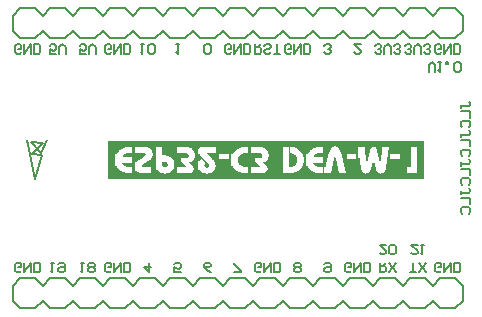
<source format=gbo>
G04*
G04 #@! TF.GenerationSoftware,Altium Limited,Altium Designer,19.1.5 (86)*
G04*
G04 Layer_Color=32896*
%FSLAX25Y25*%
%MOIN*%
G70*
G01*
G75*
%ADD11C,0.00500*%
%ADD14C,0.00800*%
%ADD69C,0.00600*%
G36*
X137008Y-7087D02*
X31890D01*
Y5906D01*
X137008D01*
Y-7087D01*
D02*
G37*
%LPC*%
G36*
X129207Y1465D02*
X125927D01*
Y-144D01*
X129207D01*
Y1465D01*
D02*
G37*
G36*
X114592D02*
X111312D01*
Y-144D01*
X114592D01*
Y1465D01*
D02*
G37*
G36*
X72034Y1465D02*
X68754D01*
Y-144D01*
X72034D01*
Y1465D01*
D02*
G37*
G36*
X103455Y3779D02*
X103039D01*
X102936Y3769D01*
X102687D01*
X102551Y3759D01*
X102240Y3738D01*
X101898Y3707D01*
X101555Y3665D01*
X101223Y3603D01*
X101213D01*
X101181Y3593D01*
X101140Y3582D01*
X101078Y3572D01*
X101005Y3551D01*
X100922Y3520D01*
X100725Y3458D01*
X100496Y3385D01*
X100258Y3292D01*
X100008Y3177D01*
X99780Y3042D01*
X99770Y3032D01*
X99739Y3011D01*
X99687Y2980D01*
X99624Y2928D01*
X99541Y2876D01*
X99448Y2804D01*
X99344Y2710D01*
X99240Y2617D01*
X99126Y2513D01*
X99002Y2389D01*
X98752Y2129D01*
X98514Y1828D01*
X98306Y1486D01*
X98296Y1475D01*
X98285Y1444D01*
X98254Y1392D01*
X98223Y1319D01*
X98182Y1236D01*
X98140Y1122D01*
X98098Y1008D01*
X98047Y873D01*
X97995Y728D01*
X97953Y562D01*
X97912Y396D01*
X97870Y209D01*
X97808Y-175D01*
X97798Y-383D01*
X97787Y-591D01*
Y3779D01*
D01*
D01*
Y-4961D01*
D01*
Y-705D01*
X97798Y-777D01*
X97808Y-881D01*
X97818Y-995D01*
X97829Y-1130D01*
X97849Y-1276D01*
X97881Y-1431D01*
X97912Y-1597D01*
X98005Y-1940D01*
X98067Y-2116D01*
X98140Y-2303D01*
X98213Y-2480D01*
X98306Y-2656D01*
X98317Y-2667D01*
X98327Y-2698D01*
X98358Y-2750D01*
X98400Y-2812D01*
X98451Y-2895D01*
X98524Y-2988D01*
X98597Y-3092D01*
X98690Y-3206D01*
X98784Y-3331D01*
X98898Y-3455D01*
X99012Y-3580D01*
X99147Y-3715D01*
X99292Y-3839D01*
X99448Y-3974D01*
X99604Y-4099D01*
X99780Y-4213D01*
X99790D01*
X99811Y-4234D01*
X99842Y-4244D01*
X99884Y-4275D01*
X99946Y-4307D01*
X100008Y-4338D01*
X100092Y-4379D01*
X100185Y-4421D01*
X100392Y-4514D01*
X100642Y-4608D01*
X100922Y-4701D01*
X101223Y-4774D01*
X101233D01*
X101264Y-4784D01*
X101306Y-4794D01*
X101379Y-4805D01*
X101462Y-4815D01*
X101555Y-4836D01*
X101669Y-4846D01*
X101794Y-4867D01*
X101939Y-4888D01*
X102095Y-4898D01*
X102261Y-4919D01*
X102427Y-4929D01*
X102811Y-4950D01*
X103226Y-4961D01*
X103455D01*
Y-2968D01*
X103434D01*
X103392Y-2978D01*
X103247D01*
X103195Y-2988D01*
X102811D01*
X102707Y-2978D01*
X102593Y-2968D01*
X102469Y-2957D01*
X102334Y-2947D01*
X102043Y-2905D01*
X101742Y-2843D01*
X101441Y-2760D01*
X101306Y-2708D01*
X101171Y-2646D01*
X101161D01*
X101140Y-2625D01*
X101109Y-2615D01*
X101057Y-2583D01*
X100943Y-2500D01*
X100797Y-2386D01*
X100642Y-2241D01*
X100476Y-2065D01*
X100330Y-1857D01*
X100206Y-1608D01*
X103455D01*
Y344D01*
X100164D01*
Y354D01*
X100174Y375D01*
X100185Y416D01*
X100206Y458D01*
X100237Y520D01*
X100268Y593D01*
X100361Y748D01*
X100486Y925D01*
X100652Y1112D01*
X100745Y1195D01*
X100849Y1278D01*
X100974Y1361D01*
X101098Y1434D01*
X101109D01*
X101129Y1444D01*
X101171Y1465D01*
X101233Y1486D01*
X101306Y1517D01*
X101389Y1548D01*
X101493Y1579D01*
X101607Y1610D01*
X101742Y1641D01*
X101887Y1672D01*
X102043Y1703D01*
X102219Y1735D01*
X102406Y1755D01*
X102603Y1776D01*
X102811Y1787D01*
X103455D01*
Y3779D01*
D02*
G37*
G36*
X78491Y3779D02*
X78075D01*
X77972Y3769D01*
X77723D01*
X77588Y3759D01*
X77276Y3738D01*
X76934Y3707D01*
X76591Y3665D01*
X76259Y3603D01*
X76249D01*
X76218Y3593D01*
X76176Y3582D01*
X76114Y3572D01*
X76041Y3551D01*
X75958Y3520D01*
X75761Y3458D01*
X75532Y3385D01*
X75294Y3292D01*
X75045Y3177D01*
X74816Y3042D01*
X74806Y3032D01*
X74775Y3011D01*
X74723Y2980D01*
X74660Y2928D01*
X74577Y2876D01*
X74484Y2804D01*
X74380Y2710D01*
X74276Y2617D01*
X74162Y2513D01*
X74038Y2389D01*
X73788Y2129D01*
X73550Y1828D01*
X73342Y1485D01*
X73332Y1475D01*
X73321Y1444D01*
X73290Y1392D01*
X73259Y1319D01*
X73218Y1236D01*
X73176Y1122D01*
X73135Y1008D01*
X73083Y873D01*
X73031Y728D01*
X72989Y562D01*
X72948Y396D01*
X72906Y209D01*
X72844Y-175D01*
X72834Y-383D01*
X72823Y-591D01*
Y3779D01*
D01*
Y-4961D01*
X77961D01*
X72823D01*
Y-705D01*
X72834Y-777D01*
X72844Y-881D01*
X72854Y-995D01*
X72865Y-1130D01*
X72886Y-1276D01*
X72917Y-1431D01*
X72948Y-1597D01*
X73041Y-1940D01*
X73103Y-2116D01*
X73176Y-2303D01*
X73249Y-2480D01*
X73342Y-2656D01*
X73353Y-2667D01*
X73363Y-2698D01*
X73394Y-2750D01*
X73436Y-2812D01*
X73488Y-2895D01*
X73560Y-2988D01*
X73633Y-3092D01*
X73726Y-3206D01*
X73820Y-3331D01*
X73934Y-3455D01*
X74048Y-3580D01*
X74183Y-3715D01*
X74328Y-3839D01*
X74484Y-3974D01*
X74640Y-4099D01*
X74816Y-4213D01*
X74827D01*
X74847Y-4234D01*
X74878Y-4244D01*
X74920Y-4276D01*
X74982Y-4307D01*
X75045Y-4338D01*
X75128Y-4379D01*
X75221Y-4421D01*
X75429Y-4514D01*
X75678Y-4608D01*
X75958Y-4701D01*
X76259Y-4774D01*
X76269D01*
X76301Y-4784D01*
X76342Y-4794D01*
X76415Y-4805D01*
X76498Y-4815D01*
X76591Y-4836D01*
X76705Y-4846D01*
X76830Y-4867D01*
X76975Y-4888D01*
X77131Y-4898D01*
X77297Y-4919D01*
X77463Y-4929D01*
X77847Y-4950D01*
X78262Y-4961D01*
X78491D01*
Y-2905D01*
X78470D01*
X78428Y-2916D01*
X78273D01*
X78221Y-2926D01*
X77858D01*
X77754Y-2916D01*
X77640Y-2905D01*
X77505Y-2895D01*
X77349Y-2874D01*
X77183Y-2853D01*
X76840Y-2781D01*
X76653Y-2729D01*
X76477Y-2667D01*
X76301Y-2594D01*
X76124Y-2521D01*
X75958Y-2417D01*
X75813Y-2314D01*
X75802Y-2303D01*
X75782Y-2283D01*
X75740Y-2251D01*
X75699Y-2199D01*
X75636Y-2137D01*
X75574Y-2065D01*
X75501Y-1971D01*
X75439Y-1878D01*
X75366Y-1753D01*
X75294Y-1629D01*
X75231Y-1483D01*
X75169Y-1338D01*
X75128Y-1161D01*
X75086Y-985D01*
X75065Y-798D01*
X75055Y-591D01*
Y-580D01*
Y-539D01*
X75065Y-487D01*
Y-404D01*
X75076Y-310D01*
X75096Y-196D01*
X75117Y-82D01*
X75148Y53D01*
X75190Y188D01*
X75242Y333D01*
X75304Y479D01*
X75377Y613D01*
X75460Y759D01*
X75564Y894D01*
X75678Y1029D01*
X75813Y1143D01*
X75823Y1153D01*
X75844Y1164D01*
X75896Y1195D01*
X75958Y1236D01*
X76031Y1278D01*
X76124Y1330D01*
X76238Y1392D01*
X76373Y1444D01*
X76518Y1496D01*
X76674Y1558D01*
X76861Y1610D01*
X77048Y1651D01*
X77266Y1693D01*
X77494Y1714D01*
X77733Y1735D01*
X77992Y1745D01*
X78491D01*
Y3779D01*
D02*
G37*
G36*
X39804D02*
X39389D01*
X39285Y3769D01*
X39036D01*
X38901Y3759D01*
X38590Y3738D01*
X38247Y3707D01*
X37905Y3665D01*
X37573Y3603D01*
X37562D01*
X37531Y3593D01*
X37490Y3582D01*
X37427Y3572D01*
X37355Y3551D01*
X37272Y3520D01*
X37075Y3458D01*
X36846Y3385D01*
X36607Y3292D01*
X36358Y3177D01*
X36130Y3042D01*
X36119Y3032D01*
X36088Y3011D01*
X36037Y2980D01*
X35974Y2928D01*
X35891Y2876D01*
X35798Y2804D01*
X35694Y2710D01*
X35590Y2617D01*
X35476Y2513D01*
X35351Y2389D01*
X35102Y2129D01*
X34863Y1828D01*
X34656Y1485D01*
X34646Y1475D01*
X34635Y1444D01*
X34604Y1392D01*
X34573Y1319D01*
X34531Y1236D01*
X34490Y1122D01*
X34448Y1008D01*
X34396Y873D01*
X34345Y728D01*
X34303Y562D01*
X34262Y396D01*
X34220Y209D01*
X34158Y-175D01*
X34147Y-383D01*
X34137Y-591D01*
Y3779D01*
D01*
D01*
Y-4961D01*
D01*
Y-705D01*
X34147Y-777D01*
X34158Y-881D01*
X34168Y-995D01*
X34179Y-1130D01*
X34199Y-1276D01*
X34230Y-1431D01*
X34262Y-1597D01*
X34355Y-1940D01*
X34417Y-2116D01*
X34490Y-2303D01*
X34563Y-2480D01*
X34656Y-2656D01*
X34666Y-2667D01*
X34677Y-2698D01*
X34708Y-2750D01*
X34749Y-2812D01*
X34801Y-2895D01*
X34874Y-2988D01*
X34947Y-3092D01*
X35040Y-3206D01*
X35133Y-3331D01*
X35248Y-3455D01*
X35362Y-3580D01*
X35497Y-3715D01*
X35642Y-3839D01*
X35798Y-3974D01*
X35953Y-4099D01*
X36130Y-4213D01*
X36140D01*
X36161Y-4234D01*
X36192Y-4244D01*
X36234Y-4276D01*
X36296Y-4307D01*
X36358Y-4338D01*
X36441Y-4379D01*
X36535Y-4421D01*
X36742Y-4514D01*
X36991Y-4608D01*
X37272Y-4701D01*
X37573Y-4774D01*
X37583D01*
X37614Y-4784D01*
X37656Y-4794D01*
X37728Y-4805D01*
X37811Y-4815D01*
X37905Y-4836D01*
X38019Y-4846D01*
X38144Y-4867D01*
X38289Y-4888D01*
X38445Y-4898D01*
X38611Y-4919D01*
X38777Y-4929D01*
X39161Y-4950D01*
X39576Y-4961D01*
X39804D01*
Y-2968D01*
X39784D01*
X39742Y-2978D01*
X39597D01*
X39545Y-2988D01*
X39161D01*
X39057Y-2978D01*
X38943Y-2968D01*
X38818Y-2957D01*
X38683Y-2947D01*
X38393Y-2905D01*
X38092Y-2843D01*
X37791Y-2760D01*
X37656Y-2708D01*
X37521Y-2646D01*
X37510D01*
X37490Y-2625D01*
X37459Y-2615D01*
X37407Y-2583D01*
X37293Y-2500D01*
X37147Y-2386D01*
X36991Y-2241D01*
X36825Y-2065D01*
X36680Y-1857D01*
X36555Y-1608D01*
X39804D01*
Y344D01*
X36514D01*
Y354D01*
X36524Y375D01*
X36535Y416D01*
X36555Y458D01*
X36587Y520D01*
X36618Y593D01*
X36711Y748D01*
X36836Y925D01*
X37002Y1112D01*
X37095Y1195D01*
X37199Y1278D01*
X37324Y1361D01*
X37448Y1433D01*
X37459D01*
X37479Y1444D01*
X37521Y1465D01*
X37583Y1485D01*
X37656Y1517D01*
X37739Y1548D01*
X37843Y1579D01*
X37957Y1610D01*
X38092Y1641D01*
X38237Y1672D01*
X38393Y1703D01*
X38569Y1735D01*
X38756Y1755D01*
X38953Y1776D01*
X39161Y1787D01*
X39804D01*
Y3779D01*
D02*
G37*
G36*
X134761Y3779D02*
X132695D01*
Y-2988D01*
X131356D01*
Y3779D01*
D01*
D01*
Y-4961D01*
X134761D01*
Y3779D01*
D02*
G37*
G36*
X67768Y3779D02*
X61820D01*
Y-5106D01*
D01*
Y2575D01*
X61831Y2503D01*
X61841Y2409D01*
X61862Y2306D01*
X61893Y2181D01*
X61935Y2056D01*
X61987Y1921D01*
X61997Y1901D01*
X62018Y1859D01*
X62059Y1787D01*
X62121Y1693D01*
X62194Y1579D01*
X62287Y1454D01*
X62402Y1319D01*
X62526Y1174D01*
X65173Y-1639D01*
X65184Y-1649D01*
X65204Y-1670D01*
X65235Y-1712D01*
X65277Y-1764D01*
X65360Y-1888D01*
X65443Y-2023D01*
Y-2033D01*
X65453Y-2054D01*
X65474Y-2096D01*
X65495Y-2148D01*
X65526Y-2272D01*
X65536Y-2407D01*
Y-2417D01*
Y-2459D01*
X65526Y-2521D01*
X65505Y-2604D01*
X65474Y-2687D01*
X65433Y-2781D01*
X65381Y-2874D01*
X65298Y-2957D01*
X65287Y-2968D01*
X65256Y-2988D01*
X65204Y-3030D01*
X65132Y-3071D01*
X65049Y-3113D01*
X64945Y-3154D01*
X64831Y-3175D01*
X64696Y-3185D01*
X64644D01*
X64582Y-3175D01*
X64499Y-3154D01*
X64415Y-3123D01*
X64322Y-3082D01*
X64229Y-3030D01*
X64135Y-2947D01*
X64125Y-2936D01*
X64104Y-2905D01*
X64062Y-2853D01*
X64021Y-2791D01*
X63979Y-2708D01*
X63938Y-2615D01*
X63917Y-2511D01*
X63907Y-2397D01*
Y-2386D01*
Y-2355D01*
X63917Y-2314D01*
Y-2251D01*
X63959Y-2106D01*
X63979Y-2033D01*
X64021Y-1950D01*
X64031Y-1940D01*
X64042Y-1919D01*
X64073Y-1878D01*
X64114Y-1826D01*
X64166Y-1764D01*
X64229Y-1701D01*
X64312Y-1629D01*
X64395Y-1556D01*
X63045Y-123D01*
X63035Y-134D01*
X63014Y-144D01*
X62983Y-165D01*
X62941Y-206D01*
X62838Y-300D01*
X62703Y-424D01*
X62557Y-570D01*
X62412Y-736D01*
X62267Y-923D01*
X62153Y-1120D01*
Y-1130D01*
X62142Y-1141D01*
X62132Y-1172D01*
X62111Y-1213D01*
X62059Y-1328D01*
X62018Y-1473D01*
X61966Y-1660D01*
X61914Y-1867D01*
X61883Y-2096D01*
X61872Y-2345D01*
Y-2355D01*
Y-2397D01*
X61883Y-2459D01*
Y-2542D01*
X61893Y-2646D01*
X61914Y-2760D01*
X61945Y-2895D01*
X61976Y-3040D01*
X62018Y-3196D01*
X62069Y-3352D01*
X62142Y-3518D01*
X62215Y-3684D01*
X62308Y-3850D01*
X62423Y-4006D01*
X62547Y-4172D01*
X62692Y-4317D01*
X62703Y-4327D01*
X62734Y-4348D01*
X62775Y-4390D01*
X62838Y-4442D01*
X62921Y-4504D01*
X63014Y-4566D01*
X63128Y-4639D01*
X63263Y-4711D01*
X63409Y-4784D01*
X63564Y-4857D01*
X63730Y-4919D01*
X63917Y-4981D01*
X64114Y-5033D01*
X64322Y-5075D01*
X64550Y-5096D01*
X64779Y-5106D01*
X65137D01*
X64903D01*
X64986Y-5096D01*
X65090Y-5085D01*
X65215Y-5064D01*
X65350Y-5044D01*
X65505Y-5012D01*
X65661Y-4971D01*
X65827Y-4919D01*
X65993Y-4857D01*
X66170Y-4784D01*
X66336Y-4691D01*
X66502Y-4587D01*
X66668Y-4473D01*
X66824Y-4338D01*
X66834Y-4327D01*
X66855Y-4307D01*
X66896Y-4265D01*
X66948Y-4203D01*
X67010Y-4130D01*
X67073Y-4037D01*
X67145Y-3933D01*
X67228Y-3819D01*
X67301Y-3684D01*
X67374Y-3539D01*
X67436Y-3383D01*
X67498Y-3206D01*
X67550Y-3030D01*
X67592Y-2833D01*
X67612Y-2635D01*
X67623Y-2417D01*
Y-2407D01*
Y-2365D01*
X67612Y-2293D01*
X67602Y-2199D01*
X67571Y-2075D01*
X67540Y-1940D01*
X67498Y-1774D01*
X67426Y-1597D01*
X67353Y-1400D01*
X67249Y-1193D01*
X67125Y-964D01*
X66969Y-726D01*
X66792Y-476D01*
X66585Y-206D01*
X66346Y53D01*
X66076Y333D01*
X65983Y416D01*
X64592Y1755D01*
X67768D01*
Y3779D01*
D02*
G37*
G36*
X125346Y3852D02*
X115194D01*
Y-5096D01*
D01*
Y3852D01*
X120187D01*
X120104Y3831D01*
X120000Y3811D01*
X119886Y3779D01*
X119762Y3728D01*
X119647Y3655D01*
X119533Y3551D01*
X119523Y3541D01*
X119492Y3489D01*
X119440Y3416D01*
X119378Y3302D01*
X119305Y3157D01*
X119232Y2980D01*
X119159Y2762D01*
X119097Y2513D01*
X118184Y-1743D01*
Y-1764D01*
X118173Y-1784D01*
Y-1815D01*
X118163Y-1867D01*
X118153Y-1919D01*
X118132Y-1992D01*
X118122Y-2065D01*
X118101Y-2158D01*
X118080Y-2262D01*
X118059Y-2386D01*
X118028Y-2521D01*
X117997Y-2667D01*
X117966Y-2822D01*
X117935Y-2999D01*
X117893Y-3196D01*
X117872Y-3289D01*
Y-3279D01*
Y-3258D01*
Y-3227D01*
Y-3185D01*
Y-3123D01*
Y-3051D01*
X117862Y-2968D01*
Y-2874D01*
X117852Y-2656D01*
X117841Y-2407D01*
X117821Y-2127D01*
X117789Y-1815D01*
Y-1805D01*
Y-1764D01*
X117779Y-1722D01*
Y-1680D01*
X117291Y3779D01*
X115194D01*
X116139Y-3289D01*
Y-3300D01*
X116149Y-3331D01*
Y-3372D01*
X116160Y-3435D01*
X116181Y-3507D01*
X116191Y-3590D01*
X116243Y-3777D01*
X116315Y-3995D01*
X116409Y-4213D01*
X116523Y-4431D01*
X116668Y-4618D01*
X116679Y-4628D01*
X116689Y-4639D01*
X116751Y-4691D01*
X116845Y-4774D01*
X116969Y-4857D01*
X117125Y-4940D01*
X117312Y-5023D01*
X117530Y-5075D01*
X117644Y-5096D01*
X117831D01*
X117872Y-5085D01*
X117987Y-5075D01*
X118132Y-5044D01*
X118298Y-4992D01*
X118474Y-4919D01*
X118651Y-4815D01*
X118817Y-4680D01*
X118838Y-4659D01*
X118890Y-4608D01*
X118962Y-4504D01*
X119056Y-4369D01*
X119159Y-4203D01*
X119263Y-3995D01*
X119357Y-3746D01*
X119440Y-3466D01*
X120011Y-1047D01*
Y-1027D01*
X120021Y-985D01*
X120042Y-912D01*
X120063Y-819D01*
X120083Y-705D01*
X120104Y-570D01*
X120135Y-424D01*
X120156Y-269D01*
Y-248D01*
X120166Y-196D01*
X120177Y-103D01*
X120197Y12D01*
X120208Y157D01*
X120229Y313D01*
X120239Y499D01*
X120260Y697D01*
Y686D01*
Y676D01*
Y645D01*
X120270Y603D01*
X120281Y499D01*
X120291Y375D01*
X120301Y219D01*
X120322Y63D01*
X120343Y-103D01*
X120364Y-269D01*
Y-289D01*
X120374Y-341D01*
X120384Y-424D01*
X120405Y-528D01*
X120426Y-642D01*
X120447Y-777D01*
X120509Y-1047D01*
X121090Y-3466D01*
Y-3476D01*
X121101Y-3497D01*
X121111Y-3539D01*
X121121Y-3601D01*
X121142Y-3663D01*
X121173Y-3746D01*
X121236Y-3923D01*
X121319Y-4109D01*
X121433Y-4317D01*
X121557Y-4514D01*
X121703Y-4680D01*
X121723Y-4701D01*
X121775Y-4743D01*
X121869Y-4815D01*
X121993Y-4888D01*
X122149Y-4961D01*
X122325Y-5033D01*
X122533Y-5075D01*
X122761Y-5096D01*
X122824D01*
X122876Y-5085D01*
X122990Y-5075D01*
X123145Y-5033D01*
X123322Y-4981D01*
X123498Y-4898D01*
X123685Y-4774D01*
X123768Y-4701D01*
X123851Y-4618D01*
X123872Y-4597D01*
X123893Y-4566D01*
X123924Y-4535D01*
X123955Y-4483D01*
X123997Y-4421D01*
X124080Y-4275D01*
X124173Y-4089D01*
X124256Y-3860D01*
X124339Y-3590D01*
X124391Y-3289D01*
X125346Y3779D01*
D01*
X123249D01*
X122761Y-1680D01*
Y-1701D01*
Y-1753D01*
X122751Y-1836D01*
X122741Y-1940D01*
X122730Y-2075D01*
X122720Y-2210D01*
X122699Y-2511D01*
Y-2532D01*
Y-2583D01*
X122689Y-2656D01*
X122678Y-2760D01*
X122668Y-2874D01*
Y-3009D01*
X122647Y-3289D01*
Y-3279D01*
Y-3269D01*
X122637Y-3237D01*
X122626Y-3196D01*
X122606Y-3092D01*
X122585Y-2968D01*
X122554Y-2822D01*
X122533Y-2677D01*
X122502Y-2521D01*
X122471Y-2376D01*
Y-2365D01*
X122460Y-2314D01*
X122450Y-2251D01*
X122429Y-2168D01*
X122408Y-2065D01*
X122388Y-1961D01*
X122336Y-1743D01*
X121433Y2513D01*
Y2523D01*
X121422Y2544D01*
X121412Y2586D01*
X121402Y2627D01*
X121370Y2762D01*
X121319Y2918D01*
X121256Y3084D01*
X121184Y3260D01*
X121090Y3416D01*
X120997Y3551D01*
X120986Y3562D01*
X120945Y3593D01*
X120883Y3644D01*
X120800Y3696D01*
X120696Y3759D01*
X120571Y3800D01*
X120426Y3842D01*
X120260Y3852D01*
X125346D01*
D01*
D02*
G37*
G36*
X111084Y3935D02*
X103776D01*
Y-4961D01*
D01*
Y3935D01*
X107358D01*
X107306Y3925D01*
X107243D01*
X107181Y3914D01*
X107015Y3873D01*
X106828Y3821D01*
X106631Y3738D01*
X106434Y3624D01*
X106340Y3562D01*
X106257Y3478D01*
Y3468D01*
X106236Y3458D01*
X106216Y3427D01*
X106184Y3385D01*
X106143Y3333D01*
X106102Y3271D01*
X106060Y3198D01*
X106008Y3115D01*
X105946Y3011D01*
X105894Y2897D01*
X105832Y2773D01*
X105769Y2638D01*
X105707Y2482D01*
X105655Y2316D01*
X105593Y2139D01*
X105541Y1942D01*
X103776Y-4961D01*
X111084D01*
D01*
X109299Y1942D01*
Y1953D01*
X109288Y1984D01*
X109267Y2046D01*
X109247Y2119D01*
X109226Y2202D01*
X109195Y2306D01*
X109112Y2534D01*
X109008Y2783D01*
X108883Y3042D01*
X108748Y3281D01*
X108676Y3385D01*
X108593Y3478D01*
X108572Y3499D01*
X108510Y3551D01*
X108416Y3624D01*
X108281Y3707D01*
X108115Y3790D01*
X107918Y3862D01*
X107690Y3914D01*
X107565Y3925D01*
X107430Y3935D01*
X111084D01*
D02*
G37*
G36*
X97092Y3779D02*
X90054D01*
Y-4961D01*
X92716D01*
X91974D01*
X92099Y-4950D01*
X92234D01*
X92379Y-4940D01*
X92701Y-4919D01*
X93033Y-4898D01*
X93365Y-4857D01*
X93511Y-4836D01*
X93656Y-4805D01*
X93666D01*
X93687Y-4794D01*
X93729Y-4784D01*
X93780Y-4774D01*
X93843Y-4753D01*
X93915Y-4732D01*
X94092Y-4680D01*
X94299Y-4608D01*
X94517Y-4525D01*
X94746Y-4410D01*
X94964Y-4286D01*
X94974Y-4275D01*
X95005Y-4255D01*
X95057Y-4223D01*
X95130Y-4172D01*
X95213Y-4109D01*
X95317Y-4037D01*
X95420Y-3943D01*
X95545Y-3850D01*
X95670Y-3736D01*
X95794Y-3621D01*
X95929Y-3487D01*
X96054Y-3341D01*
X96303Y-3030D01*
X96427Y-2864D01*
X96531Y-2687D01*
X96542Y-2677D01*
X96552Y-2646D01*
X96583Y-2594D01*
X96614Y-2521D01*
X96666Y-2428D01*
X96708Y-2324D01*
X96759Y-2199D01*
X96811Y-2065D01*
X96863Y-1909D01*
X96915Y-1753D01*
X96967Y-1577D01*
X97009Y-1400D01*
X97071Y-1006D01*
X97081Y-798D01*
X97092Y-591D01*
Y-487D01*
X97081Y-404D01*
Y-310D01*
X97061Y-196D01*
X97050Y-71D01*
X97029Y74D01*
X96998Y219D01*
X96967Y385D01*
X96874Y728D01*
X96822Y904D01*
X96749Y1081D01*
X96676Y1268D01*
X96583Y1444D01*
X96573Y1454D01*
X96562Y1486D01*
X96531Y1537D01*
X96490Y1600D01*
X96438Y1683D01*
X96375Y1776D01*
X96303Y1880D01*
X96220Y1994D01*
X96116Y2119D01*
X96012Y2243D01*
X95898Y2378D01*
X95773Y2513D01*
X95483Y2783D01*
X95161Y3032D01*
X95151D01*
X95140Y3042D01*
X95109Y3063D01*
X95078Y3084D01*
X94974Y3146D01*
X94839Y3229D01*
X94673Y3312D01*
X94476Y3395D01*
X94258Y3489D01*
X94019Y3562D01*
X94009D01*
X93988Y3572D01*
X93957Y3582D01*
X93905Y3593D01*
X93843Y3603D01*
X93770Y3624D01*
X93687Y3644D01*
X93594Y3655D01*
X93386Y3696D01*
X93137Y3728D01*
X92857Y3759D01*
X92566Y3779D01*
X97092D01*
D01*
D02*
G37*
G36*
X85310Y3779D02*
X79435D01*
Y-4961D01*
D01*
Y1755D01*
X82124D01*
X82227Y1745D01*
X82362Y1724D01*
X82508Y1703D01*
X82664Y1662D01*
X82809Y1610D01*
X82944Y1537D01*
X82954Y1527D01*
X82996Y1496D01*
X83047Y1444D01*
X83110Y1371D01*
X83172Y1288D01*
X83224Y1174D01*
X83266Y1039D01*
X83276Y894D01*
Y873D01*
Y831D01*
X83255Y759D01*
X83234Y665D01*
X83203Y572D01*
X83141Y468D01*
X83068Y364D01*
X82964Y271D01*
X82954Y261D01*
X82913Y230D01*
X82840Y198D01*
X82746Y146D01*
X82632Y105D01*
X82487Y74D01*
X82331Y43D01*
X82144Y32D01*
X80670D01*
Y-1193D01*
X82622Y-3019D01*
X79581D01*
Y-4961D01*
X79435D01*
X83079D01*
X83151Y-4950D01*
X83224D01*
X83317Y-4940D01*
X83515Y-4909D01*
X83743Y-4867D01*
X83982Y-4794D01*
X84220Y-4701D01*
X84428Y-4577D01*
X84438D01*
X84449Y-4556D01*
X84511Y-4504D01*
X84594Y-4421D01*
X84698Y-4307D01*
X84791Y-4161D01*
X84874Y-3985D01*
X84937Y-3777D01*
X84947Y-3673D01*
X84957Y-3549D01*
Y-3539D01*
Y-3497D01*
X84947Y-3445D01*
X84937Y-3362D01*
X84926Y-3279D01*
X84895Y-3175D01*
X84864Y-3071D01*
X84812Y-2957D01*
X84802Y-2947D01*
X84781Y-2905D01*
X84750Y-2853D01*
X84708Y-2781D01*
X84656Y-2698D01*
X84584Y-2604D01*
X84511Y-2521D01*
X84418Y-2428D01*
X83286Y-1400D01*
X83297D01*
X83328Y-1390D01*
X83380Y-1379D01*
X83452Y-1359D01*
X83525Y-1338D01*
X83618Y-1307D01*
X83836Y-1234D01*
X84075Y-1130D01*
X84324Y-985D01*
X84563Y-819D01*
X84677Y-715D01*
X84781Y-601D01*
X84791Y-591D01*
X84802Y-570D01*
X84833Y-539D01*
X84864Y-487D01*
X84905Y-424D01*
X84947Y-352D01*
X84999Y-269D01*
X85051Y-175D01*
X85092Y-61D01*
X85144Y63D01*
X85186Y188D01*
X85227Y333D01*
X85290Y655D01*
X85300Y821D01*
X85310Y1008D01*
Y1132D01*
X85300Y1216D01*
X85290Y1330D01*
X85269Y1454D01*
X85248Y1589D01*
X85217Y1735D01*
X85175Y1901D01*
X85123Y2067D01*
X85061Y2233D01*
X84978Y2399D01*
X84895Y2565D01*
X84791Y2731D01*
X84667Y2887D01*
X84532Y3032D01*
X84522Y3042D01*
X84501Y3063D01*
X84449Y3105D01*
X84386Y3146D01*
X84314Y3209D01*
X84220Y3271D01*
X84106Y3333D01*
X83982Y3406D01*
X83836Y3478D01*
X83681Y3541D01*
X83504Y3603D01*
X83328Y3665D01*
X83120Y3707D01*
X82913Y3748D01*
X82684Y3769D01*
X82446Y3779D01*
X85310D01*
D01*
D02*
G37*
G36*
X60699D02*
X54824D01*
Y-4961D01*
D01*
Y1755D01*
X57513D01*
X57617Y1745D01*
X57751Y1724D01*
X57897Y1703D01*
X58052Y1662D01*
X58198Y1610D01*
X58333Y1537D01*
X58343Y1527D01*
X58385Y1496D01*
X58437Y1444D01*
X58499Y1371D01*
X58561Y1288D01*
X58613Y1174D01*
X58654Y1039D01*
X58665Y894D01*
Y873D01*
Y831D01*
X58644Y759D01*
X58623Y665D01*
X58592Y572D01*
X58530Y468D01*
X58457Y364D01*
X58354Y271D01*
X58343Y261D01*
X58302Y230D01*
X58229Y198D01*
X58135Y146D01*
X58021Y105D01*
X57876Y74D01*
X57720Y43D01*
X57534Y32D01*
X56059D01*
Y-1193D01*
X58011Y-3019D01*
X54970D01*
Y-4961D01*
X54824D01*
X60699D01*
X58468D01*
X58540Y-4950D01*
X58613D01*
X58706Y-4940D01*
X58904Y-4909D01*
X59132Y-4867D01*
X59371Y-4794D01*
X59610Y-4701D01*
X59817Y-4577D01*
X59827D01*
X59838Y-4556D01*
X59900Y-4504D01*
X59983Y-4421D01*
X60087Y-4307D01*
X60180Y-4161D01*
X60263Y-3985D01*
X60326Y-3777D01*
X60336Y-3673D01*
X60347Y-3549D01*
Y-3539D01*
Y-3497D01*
X60336Y-3445D01*
X60326Y-3362D01*
X60315Y-3279D01*
X60284Y-3175D01*
X60253Y-3071D01*
X60201Y-2957D01*
X60191Y-2947D01*
X60170Y-2905D01*
X60139Y-2853D01*
X60097Y-2781D01*
X60045Y-2698D01*
X59973Y-2604D01*
X59900Y-2521D01*
X59807Y-2428D01*
X58675Y-1400D01*
X58686D01*
X58717Y-1390D01*
X58769Y-1379D01*
X58841Y-1359D01*
X58914Y-1338D01*
X59007Y-1307D01*
X59225Y-1234D01*
X59464Y-1130D01*
X59713Y-985D01*
X59952Y-819D01*
X60066Y-715D01*
X60170Y-601D01*
X60180Y-591D01*
X60191Y-570D01*
X60222Y-539D01*
X60253Y-487D01*
X60295Y-424D01*
X60336Y-352D01*
X60388Y-269D01*
X60440Y-175D01*
X60481Y-61D01*
X60533Y63D01*
X60575Y188D01*
X60616Y333D01*
X60679Y655D01*
X60689Y821D01*
X60699Y1008D01*
Y1132D01*
X60689Y1216D01*
X60679Y1330D01*
X60658Y1454D01*
X60637Y1589D01*
X60606Y1735D01*
X60564Y1901D01*
X60513Y2067D01*
X60450Y2233D01*
X60367Y2399D01*
X60284Y2565D01*
X60180Y2731D01*
X60056Y2887D01*
X59921Y3032D01*
X59911Y3042D01*
X59890Y3063D01*
X59838Y3105D01*
X59776Y3146D01*
X59703Y3209D01*
X59610Y3271D01*
X59495Y3333D01*
X59371Y3406D01*
X59225Y3478D01*
X59070Y3541D01*
X58893Y3603D01*
X58717Y3665D01*
X58509Y3707D01*
X58302Y3748D01*
X58073Y3769D01*
X57835Y3779D01*
X60699D01*
D02*
G37*
G36*
X46635D02*
X40718D01*
Y-4961D01*
D01*
Y1693D01*
X43770D01*
X43821Y1683D01*
X43884D01*
X44019Y1651D01*
X44081Y1620D01*
X44143Y1589D01*
X44154Y1579D01*
X44164Y1568D01*
X44216Y1506D01*
X44268Y1402D01*
X44278Y1340D01*
X44289Y1268D01*
Y1257D01*
Y1236D01*
X44278Y1205D01*
X44268Y1153D01*
X44247Y1101D01*
X44226Y1039D01*
X44185Y977D01*
X44133Y915D01*
X44122Y904D01*
X44102Y883D01*
X44071Y842D01*
X44019Y800D01*
X43956Y738D01*
X43884Y676D01*
X43790Y613D01*
X43687Y541D01*
X42005Y-476D01*
X41995D01*
X41984Y-497D01*
X41953Y-518D01*
X41912Y-539D01*
X41808Y-622D01*
X41673Y-726D01*
X41528Y-850D01*
X41372Y-1016D01*
X41216Y-1193D01*
X41081Y-1390D01*
Y-1400D01*
X41071Y-1411D01*
X41050Y-1442D01*
X41029Y-1483D01*
X40977Y-1597D01*
X40915Y-1743D01*
X40853Y-1919D01*
X40801Y-2116D01*
X40759Y-2324D01*
X40749Y-2542D01*
Y-2552D01*
Y-2563D01*
Y-2594D01*
Y-2635D01*
X40759Y-2750D01*
X40770Y-2884D01*
X40791Y-3051D01*
X40832Y-3217D01*
X40874Y-3404D01*
X40936Y-3580D01*
Y-3590D01*
X40946Y-3601D01*
X40977Y-3663D01*
X41019Y-3746D01*
X41081Y-3860D01*
X41164Y-3985D01*
X41268Y-4120D01*
X41382Y-4255D01*
X41517Y-4379D01*
X41538Y-4390D01*
X41579Y-4431D01*
X41662Y-4483D01*
X41766Y-4556D01*
X41891Y-4628D01*
X42046Y-4701D01*
X42213Y-4763D01*
X42399Y-4826D01*
X42410D01*
X42420Y-4836D01*
X42451D01*
X42503Y-4846D01*
X42555Y-4857D01*
X42628Y-4867D01*
X42711Y-4877D01*
X42815Y-4898D01*
X42929Y-4909D01*
X43053Y-4919D01*
X43188Y-4929D01*
X43344Y-4940D01*
X43510Y-4950D01*
X43697D01*
X43894Y-4961D01*
X40718D01*
X46105D01*
Y-2957D01*
X43655D01*
X43552Y-2947D01*
X43448Y-2936D01*
X43334Y-2926D01*
X43240Y-2905D01*
X43157Y-2874D01*
X43147D01*
X43126Y-2864D01*
X43074Y-2812D01*
X43012Y-2739D01*
X42991Y-2677D01*
X42981Y-2615D01*
Y-2604D01*
Y-2583D01*
X42991Y-2552D01*
X43001Y-2500D01*
X43043Y-2397D01*
X43074Y-2324D01*
X43116Y-2262D01*
X43126Y-2251D01*
X43147Y-2231D01*
X43178Y-2199D01*
X43230Y-2158D01*
X43282Y-2106D01*
X43365Y-2044D01*
X43448Y-1981D01*
X43552Y-1919D01*
X45192Y-933D01*
X45202D01*
X45223Y-912D01*
X45264Y-892D01*
X45306Y-860D01*
X45368Y-819D01*
X45430Y-767D01*
X45586Y-642D01*
X45763Y-497D01*
X45939Y-321D01*
X46115Y-134D01*
X46261Y84D01*
Y94D01*
X46281Y115D01*
X46292Y146D01*
X46323Y188D01*
X46344Y240D01*
X46375Y302D01*
X46448Y458D01*
X46520Y645D01*
X46572Y863D01*
X46614Y1101D01*
X46635Y1350D01*
Y1454D01*
X46624Y1568D01*
X46603Y1714D01*
X46572Y1880D01*
X46520Y2067D01*
X46458Y2254D01*
X46375Y2451D01*
Y2461D01*
X46365Y2472D01*
X46333Y2534D01*
X46271Y2627D01*
X46198Y2741D01*
X46095Y2876D01*
X45981Y3011D01*
X45835Y3146D01*
X45680Y3271D01*
X45659Y3281D01*
X45617Y3312D01*
X45534Y3364D01*
X45430Y3427D01*
X45295Y3489D01*
X45150Y3551D01*
X44984Y3613D01*
X44808Y3665D01*
X44787D01*
X44756Y3676D01*
X44714Y3686D01*
X44662Y3696D01*
X44600D01*
X44517Y3707D01*
X44434Y3717D01*
X44330Y3728D01*
X44216Y3738D01*
X44081Y3748D01*
X43946Y3759D01*
X43790Y3769D01*
X43624D01*
X43448Y3779D01*
X46635D01*
D02*
G37*
G36*
X49790D02*
X47610D01*
Y-5116D01*
D01*
Y-1909D01*
X47621Y-1992D01*
Y-2085D01*
X47641Y-2210D01*
X47652Y-2355D01*
X47683Y-2521D01*
X47724Y-2687D01*
X47766Y-2874D01*
X47828Y-3071D01*
X47890Y-3269D01*
X47973Y-3466D01*
X48077Y-3663D01*
X48191Y-3850D01*
X48326Y-4037D01*
X48482Y-4213D01*
X48493Y-4224D01*
X48524Y-4255D01*
X48575Y-4296D01*
X48638Y-4358D01*
X48731Y-4421D01*
X48835Y-4504D01*
X48960Y-4577D01*
X49105Y-4670D01*
X49261Y-4753D01*
X49437Y-4836D01*
X49624Y-4909D01*
X49832Y-4971D01*
X50060Y-5033D01*
X50288Y-5075D01*
X50548Y-5106D01*
X50807Y-5116D01*
X53921D01*
X50870D01*
X50932Y-5106D01*
X51025D01*
X51139Y-5085D01*
X51274Y-5075D01*
X51420Y-5044D01*
X51575Y-5002D01*
X51752Y-4961D01*
X51928Y-4898D01*
X52115Y-4826D01*
X52292Y-4743D01*
X52478Y-4639D01*
X52665Y-4525D01*
X52842Y-4390D01*
X53018Y-4234D01*
X53029Y-4224D01*
X53060Y-4192D01*
X53101Y-4140D01*
X53163Y-4078D01*
X53226Y-3995D01*
X53309Y-3891D01*
X53382Y-3767D01*
X53475Y-3632D01*
X53558Y-3487D01*
X53641Y-3320D01*
X53714Y-3134D01*
X53776Y-2947D01*
X53838Y-2739D01*
X53880Y-2532D01*
X53911Y-2303D01*
X53921Y-2065D01*
Y-2002D01*
X53911Y-1930D01*
Y-1836D01*
X53890Y-1722D01*
X53869Y-1587D01*
X53838Y-1442D01*
X53797Y-1276D01*
X53745Y-1099D01*
X53683Y-923D01*
X53610Y-736D01*
X53516Y-549D01*
X53402Y-373D01*
X53278Y-186D01*
X53122Y-20D01*
X52956Y146D01*
X52946Y157D01*
X52914Y178D01*
X52852Y219D01*
X52779Y271D01*
X52686Y344D01*
X52561Y406D01*
X52426Y489D01*
X52271Y562D01*
X52094Y634D01*
X51907Y717D01*
X51700Y780D01*
X51472Y842D01*
X51222Y904D01*
X50963Y946D01*
X50683Y967D01*
X50392Y977D01*
X50174D01*
Y-1110D01*
X50600D01*
X50693Y-1120D01*
X50818Y-1141D01*
X50963Y-1172D01*
X51108Y-1224D01*
X51254Y-1286D01*
X51378Y-1369D01*
X51389Y-1379D01*
X51430Y-1421D01*
X51482Y-1483D01*
X51544Y-1566D01*
X51596Y-1670D01*
X51648Y-1795D01*
X51689Y-1930D01*
X51700Y-2096D01*
Y-2116D01*
Y-2158D01*
X51689Y-2231D01*
X51669Y-2324D01*
X51638Y-2428D01*
X51586Y-2542D01*
X51524Y-2656D01*
X51430Y-2760D01*
X51420Y-2770D01*
X51378Y-2802D01*
X51326Y-2843D01*
X51243Y-2895D01*
X51150Y-2947D01*
X51036Y-2988D01*
X50901Y-3019D01*
X50755Y-3030D01*
X50683D01*
X50600Y-3009D01*
X50496Y-2988D01*
X50382Y-2957D01*
X50257Y-2895D01*
X50143Y-2822D01*
X50039Y-2718D01*
X50029Y-2708D01*
X49998Y-2667D01*
X49956Y-2594D01*
X49915Y-2490D01*
X49873Y-2376D01*
X49832Y-2220D01*
X49800Y-2054D01*
X49790Y-1857D01*
Y3779D01*
D02*
G37*
%LPD*%
G36*
X62889Y3769D02*
X62744Y3748D01*
X62589Y3707D01*
X62433Y3665D01*
X62277Y3593D01*
X62142Y3499D01*
X62132Y3489D01*
X62090Y3447D01*
X62038Y3375D01*
X61987Y3281D01*
X61924Y3157D01*
X61872Y3011D01*
X61831Y2835D01*
X61820Y2638D01*
Y3779D01*
X63004D01*
X62889Y3769D01*
D02*
G37*
G36*
X107430Y1226D02*
X107440Y1205D01*
Y1174D01*
X107451Y1132D01*
X107472Y1018D01*
X107503Y873D01*
X107534Y707D01*
X107565Y541D01*
X107596Y385D01*
X107617Y240D01*
Y219D01*
X107627Y178D01*
X107648Y115D01*
X107659Y32D01*
X107700Y-155D01*
X107721Y-238D01*
X107741Y-321D01*
X108904Y-4961D01*
X105946D01*
X107108Y-321D01*
Y-310D01*
X107119Y-279D01*
X107129Y-217D01*
X107150Y-144D01*
X107171Y-40D01*
X107191Y74D01*
X107222Y198D01*
X107254Y344D01*
Y364D01*
X107264Y416D01*
X107285Y499D01*
X107306Y603D01*
X107337Y738D01*
X107368Y883D01*
X107399Y1049D01*
X107430Y1236D01*
Y1226D01*
D02*
G37*
G36*
X92566Y1683D02*
X92607D01*
X92659Y1672D01*
X92732D01*
X92815Y1651D01*
X92919Y1641D01*
X93033Y1620D01*
X93147Y1589D01*
X93407Y1506D01*
X93542Y1454D01*
X93687Y1392D01*
X93822Y1319D01*
X93957Y1226D01*
X94081Y1132D01*
X94206Y1018D01*
X94216Y1008D01*
X94237Y987D01*
X94268Y956D01*
X94310Y904D01*
X94351Y842D01*
X94414Y759D01*
X94466Y676D01*
X94528Y572D01*
X94590Y458D01*
X94642Y344D01*
X94704Y209D01*
X94746Y63D01*
X94787Y-92D01*
X94818Y-248D01*
X94839Y-424D01*
X94850Y-601D01*
Y-611D01*
Y-642D01*
Y-694D01*
X94839Y-767D01*
X94829Y-850D01*
X94818Y-954D01*
X94798Y-1058D01*
X94766Y-1182D01*
X94683Y-1442D01*
X94632Y-1577D01*
X94569Y-1712D01*
X94486Y-1846D01*
X94393Y-1981D01*
X94289Y-2116D01*
X94175Y-2241D01*
X94165Y-2251D01*
X94144Y-2272D01*
X94102Y-2303D01*
X94050Y-2345D01*
X93988Y-2397D01*
X93905Y-2449D01*
X93812Y-2511D01*
X93708Y-2573D01*
X93583Y-2625D01*
X93459Y-2687D01*
X93313Y-2739D01*
X93158Y-2791D01*
X92992Y-2833D01*
X92815Y-2864D01*
X92639Y-2884D01*
X92441Y-2895D01*
X92390D01*
X92338Y-2884D01*
X92296D01*
X92265Y-2874D01*
X92234D01*
Y3779D01*
X92566D01*
Y1683D01*
D02*
G37*
D11*
X138668Y28901D02*
Y31033D01*
X139735Y32100D01*
X140801Y31033D01*
Y28901D01*
X141867Y32100D02*
X142934D01*
X142401D01*
Y28901D01*
X141867Y29434D01*
X144533Y32100D02*
Y31566D01*
X145066D01*
Y32100D01*
X144533D01*
X147199Y29434D02*
X147732Y28901D01*
X148799D01*
X149332Y29434D01*
Y31566D01*
X148799Y32100D01*
X147732D01*
X147199Y31566D01*
Y29434D01*
X116066Y38000D02*
X113934D01*
X116066Y35867D01*
Y35334D01*
X115533Y34801D01*
X114467D01*
X113934Y35334D01*
X122334Y-34801D02*
Y-38000D01*
X123934D01*
X124467Y-37467D01*
Y-36400D01*
X123934Y-35867D01*
X122334D01*
X123400D02*
X124467Y-34801D01*
X125533Y-38000D02*
X127666Y-34801D01*
Y-38000D02*
X125533Y-34801D01*
X66066Y-38000D02*
X65000Y-37467D01*
X63934Y-36400D01*
Y-35334D01*
X64467Y-34801D01*
X65533D01*
X66066Y-35334D01*
Y-35867D01*
X65533Y-36400D01*
X63934D01*
X132334Y-38000D02*
X134467D01*
X133400D01*
Y-34801D01*
X135533Y-38000D02*
X137666Y-34801D01*
Y-38000D02*
X135533Y-34801D01*
X45533D02*
Y-38000D01*
X43934Y-36400D01*
X46066D01*
X24467Y34801D02*
X22334D01*
Y36400D01*
X23401Y35867D01*
X23934D01*
X24467Y36400D01*
Y37467D01*
X23934Y38000D01*
X22867D01*
X22334Y37467D01*
X25533Y34801D02*
Y36934D01*
X26599Y38000D01*
X27666Y36934D01*
Y34801D01*
X103934Y-35334D02*
X104467Y-34801D01*
X105533D01*
X106066Y-35334D01*
Y-37467D01*
X105533Y-38000D01*
X104467D01*
X103934Y-37467D01*
Y-36934D01*
X104467Y-36400D01*
X106066D01*
X112867Y-37467D02*
X112334Y-38000D01*
X111268D01*
X110735Y-37467D01*
Y-35334D01*
X111268Y-34801D01*
X112334D01*
X112867Y-35334D01*
Y-36400D01*
X111801D01*
X113934Y-34801D02*
Y-38000D01*
X116066Y-34801D01*
Y-38000D01*
X117133D02*
Y-34801D01*
X118732D01*
X119265Y-35334D01*
Y-37467D01*
X118732Y-38000D01*
X117133D01*
X56066D02*
X53934D01*
Y-36400D01*
X55000Y-36934D01*
X55533D01*
X56066Y-36400D01*
Y-35334D01*
X55533Y-34801D01*
X54467D01*
X53934Y-35334D01*
X124467Y-28801D02*
X122334D01*
X124467Y-30934D01*
Y-31467D01*
X123934Y-32000D01*
X122867D01*
X122334Y-31467D01*
X125533D02*
X126066Y-32000D01*
X127133D01*
X127666Y-31467D01*
Y-29334D01*
X127133Y-28801D01*
X126066D01*
X125533Y-29334D01*
Y-31467D01*
X14467Y34801D02*
X12334D01*
Y36400D01*
X13400Y35867D01*
X13934D01*
X14467Y36400D01*
Y37467D01*
X13934Y38000D01*
X12867D01*
X12334Y37467D01*
X15533Y34801D02*
Y36934D01*
X16600Y38000D01*
X17666Y36934D01*
Y34801D01*
X142867Y35334D02*
X142334Y34801D01*
X141268D01*
X140735Y35334D01*
Y37467D01*
X141268Y38000D01*
X142334D01*
X142867Y37467D01*
Y36400D01*
X141801D01*
X143934Y38000D02*
Y34801D01*
X146066Y38000D01*
Y34801D01*
X147133D02*
Y38000D01*
X148732D01*
X149265Y37467D01*
Y35334D01*
X148732Y34801D01*
X147133D01*
X32867Y35334D02*
X32334Y34801D01*
X31268D01*
X30735Y35334D01*
Y37467D01*
X31268Y38000D01*
X32334D01*
X32867Y37467D01*
Y36400D01*
X31801D01*
X33934Y38000D02*
Y34801D01*
X36066Y38000D01*
Y34801D01*
X37133D02*
Y38000D01*
X38732D01*
X39265Y37467D01*
Y35334D01*
X38732Y34801D01*
X37133D01*
X72867Y35334D02*
X72334Y34801D01*
X71268D01*
X70735Y35334D01*
Y37467D01*
X71268Y38000D01*
X72334D01*
X72867Y37467D01*
Y36400D01*
X71801D01*
X73934Y38000D02*
Y34801D01*
X76066Y38000D01*
Y34801D01*
X77133D02*
Y38000D01*
X78732D01*
X79265Y37467D01*
Y35334D01*
X78732Y34801D01*
X77133D01*
X135000Y-28801D02*
X132867D01*
X135000Y-30934D01*
Y-31467D01*
X134467Y-32000D01*
X133400D01*
X132867Y-31467D01*
X136066Y-28801D02*
X137133D01*
X136600D01*
Y-32000D01*
X136066Y-31467D01*
X142867Y-37467D02*
X142334Y-38000D01*
X141268D01*
X140735Y-37467D01*
Y-35334D01*
X141268Y-34801D01*
X142334D01*
X142867Y-35334D01*
Y-36400D01*
X141801D01*
X143934Y-34801D02*
Y-38000D01*
X146066Y-34801D01*
Y-38000D01*
X147133D02*
Y-34801D01*
X148732D01*
X149265Y-35334D01*
Y-37467D01*
X148732Y-38000D01*
X147133D01*
X103934Y35334D02*
X104467Y34801D01*
X105533D01*
X106066Y35334D01*
Y35867D01*
X105533Y36400D01*
X105000D01*
X105533D01*
X106066Y36934D01*
Y37467D01*
X105533Y38000D01*
X104467D01*
X103934Y37467D01*
X80735Y38000D02*
Y34801D01*
X82334D01*
X82867Y35334D01*
Y36400D01*
X82334Y36934D01*
X80735D01*
X81801D02*
X82867Y38000D01*
X86066Y35334D02*
X85533Y34801D01*
X84467D01*
X83934Y35334D01*
Y35867D01*
X84467Y36400D01*
X85533D01*
X86066Y36934D01*
Y37467D01*
X85533Y38000D01*
X84467D01*
X83934Y37467D01*
X87133Y34801D02*
X89265D01*
X88199D01*
Y38000D01*
X93934Y-37467D02*
X94467Y-38000D01*
X95533D01*
X96066Y-37467D01*
Y-36934D01*
X95533Y-36400D01*
X96066Y-35867D01*
Y-35334D01*
X95533Y-34801D01*
X94467D01*
X93934Y-35334D01*
Y-35867D01*
X94467Y-36400D01*
X93934Y-36934D01*
Y-37467D01*
X94467Y-36400D02*
X95533D01*
X63934Y35334D02*
X64467Y34801D01*
X65533D01*
X66066Y35334D01*
Y37467D01*
X65533Y38000D01*
X64467D01*
X63934Y37467D01*
Y35334D01*
X54467Y38000D02*
X55533D01*
X55000D01*
Y34801D01*
X54467Y35334D01*
X22601Y-34801D02*
X23667D01*
X23134D01*
Y-38000D01*
X22601Y-37467D01*
X25267D02*
X25800Y-38000D01*
X26866D01*
X27399Y-37467D01*
Y-36934D01*
X26866Y-36400D01*
X27399Y-35867D01*
Y-35334D01*
X26866Y-34801D01*
X25800D01*
X25267Y-35334D01*
Y-35867D01*
X25800Y-36400D01*
X25267Y-36934D01*
Y-37467D01*
X25800Y-36400D02*
X26866D01*
X120735Y35334D02*
X121268Y34801D01*
X122334D01*
X122867Y35334D01*
Y35867D01*
X122334Y36400D01*
X121801D01*
X122334D01*
X122867Y36934D01*
Y37467D01*
X122334Y38000D01*
X121268D01*
X120735Y37467D01*
X123934Y34801D02*
Y36934D01*
X125000Y38000D01*
X126066Y36934D01*
Y34801D01*
X127133Y35334D02*
X127666Y34801D01*
X128732D01*
X129265Y35334D01*
Y35867D01*
X128732Y36400D01*
X128199D01*
X128732D01*
X129265Y36934D01*
Y37467D01*
X128732Y38000D01*
X127666D01*
X127133Y37467D01*
X82867Y-37467D02*
X82334Y-38000D01*
X81268D01*
X80735Y-37467D01*
Y-35334D01*
X81268Y-34801D01*
X82334D01*
X82867Y-35334D01*
Y-36400D01*
X81801D01*
X83934Y-34801D02*
Y-38000D01*
X86066Y-34801D01*
Y-38000D01*
X87133D02*
Y-34801D01*
X88732D01*
X89265Y-35334D01*
Y-37467D01*
X88732Y-38000D01*
X87133D01*
X12601Y-34801D02*
X13667D01*
X13134D01*
Y-38000D01*
X12601Y-37467D01*
X15267Y-35334D02*
X15800Y-34801D01*
X16866D01*
X17399Y-35334D01*
Y-37467D01*
X16866Y-38000D01*
X15800D01*
X15267Y-37467D01*
Y-36934D01*
X15800Y-36400D01*
X17399D01*
X42601Y38000D02*
X43667D01*
X43134D01*
Y34801D01*
X42601Y35334D01*
X45267D02*
X45800Y34801D01*
X46866D01*
X47399Y35334D01*
Y37467D01*
X46866Y38000D01*
X45800D01*
X45267Y37467D01*
Y35334D01*
X2867D02*
X2334Y34801D01*
X1268D01*
X735Y35334D01*
Y37467D01*
X1268Y38000D01*
X2334D01*
X2867Y37467D01*
Y36400D01*
X1801D01*
X3934Y38000D02*
Y34801D01*
X6066Y38000D01*
Y34801D01*
X7133D02*
Y38000D01*
X8732D01*
X9265Y37467D01*
Y35334D01*
X8732Y34801D01*
X7133D01*
X92867Y35334D02*
X92334Y34801D01*
X91268D01*
X90735Y35334D01*
Y37467D01*
X91268Y38000D01*
X92334D01*
X92867Y37467D01*
Y36400D01*
X91801D01*
X93934Y38000D02*
Y34801D01*
X96066Y38000D01*
Y34801D01*
X97133D02*
Y38000D01*
X98732D01*
X99265Y37467D01*
Y35334D01*
X98732Y34801D01*
X97133D01*
X73934Y-38000D02*
X76066D01*
Y-37467D01*
X73934Y-35334D01*
Y-34801D01*
X130735Y35334D02*
X131268Y34801D01*
X132334D01*
X132867Y35334D01*
Y35867D01*
X132334Y36400D01*
X131801D01*
X132334D01*
X132867Y36934D01*
Y37467D01*
X132334Y38000D01*
X131268D01*
X130735Y37467D01*
X133934Y34801D02*
Y36934D01*
X135000Y38000D01*
X136066Y36934D01*
Y34801D01*
X137133Y35334D02*
X137666Y34801D01*
X138732D01*
X139265Y35334D01*
Y35867D01*
X138732Y36400D01*
X138199D01*
X138732D01*
X139265Y36934D01*
Y37467D01*
X138732Y38000D01*
X137666D01*
X137133Y37467D01*
X2867Y-37467D02*
X2334Y-38000D01*
X1268D01*
X735Y-37467D01*
Y-35334D01*
X1268Y-34801D01*
X2334D01*
X2867Y-35334D01*
Y-36400D01*
X1801D01*
X3934Y-34801D02*
Y-38000D01*
X6066Y-34801D01*
Y-38000D01*
X7133D02*
Y-34801D01*
X8732D01*
X9265Y-35334D01*
Y-37467D01*
X8732Y-38000D01*
X7133D01*
X32867Y-37467D02*
X32334Y-38000D01*
X31268D01*
X30735Y-37467D01*
Y-35334D01*
X31268Y-34801D01*
X32334D01*
X32867Y-35334D01*
Y-36400D01*
X31801D01*
X33934Y-34801D02*
Y-38000D01*
X36066Y-34801D01*
Y-38000D01*
X37133D02*
Y-34801D01*
X38732D01*
X39265Y-35334D01*
Y-37467D01*
X38732Y-38000D01*
X37133D01*
D14*
X4900Y6100D02*
X7400Y-6900D01*
X9700Y1100D01*
X6400Y1400D02*
X9700Y1100D01*
X6400Y1400D02*
X10000Y5000D01*
X6000Y5300D02*
X10000Y5000D01*
X6000Y5300D02*
X9500Y1700D01*
X11400Y6100D01*
X142500Y50000D02*
X147500D01*
X140000Y42500D02*
X142500Y40000D01*
X82500Y50000D02*
X87500D01*
X72500D02*
X77500D01*
X82500Y40000D02*
X87500D01*
X80000Y42500D02*
X82500Y40000D01*
X70000Y42500D02*
X72500Y40000D01*
X37500Y50000D02*
X40000Y47500D01*
X17500Y50000D02*
X20000Y47500D01*
X17500Y40000D02*
X20000Y42500D01*
X7500Y40000D02*
X10000Y42500D01*
X147500Y50000D02*
X150000Y47500D01*
X147500Y40000D02*
X150000Y42500D01*
X142500Y40000D02*
X147500D01*
X107500Y50000D02*
X110000Y47500D01*
X127500Y40000D02*
X130000Y42500D01*
X87500Y50000D02*
X90000Y47500D01*
X77500Y50000D02*
X80000Y47500D01*
X42500Y50000D02*
X47500D01*
X72500Y40000D02*
X77500D01*
X32500Y50000D02*
X37500D01*
X27500D02*
X30000Y47500D01*
X150000Y42500D02*
Y47500D01*
X117500Y50000D02*
X120000Y47500D01*
X112500Y50000D02*
X117500D01*
X102500D02*
X107500D01*
X97500D02*
X100000Y47500D01*
X87500Y40000D02*
X90000Y42500D01*
X47500Y50000D02*
X50000Y47500D01*
X77500Y40000D02*
X80000Y42500D01*
X30000Y47500D02*
X32500Y50000D01*
X22500D02*
X27500D01*
X30000Y42500D02*
X32500Y40000D01*
X137500Y50000D02*
X140000Y47500D01*
X100000D02*
X102500Y50000D01*
X92500D02*
X97500D01*
X117500Y40000D02*
X120000Y42500D01*
X67500Y50000D02*
X70000Y47500D01*
X62500Y50000D02*
X67500D01*
X20000Y47500D02*
X22500Y50000D01*
X47500Y40000D02*
X50000Y42500D01*
X32500Y40000D02*
X37500D01*
X20000Y42500D02*
X22500Y40000D01*
X132500Y50000D02*
X137500D01*
X130000Y47500D02*
X132500Y50000D01*
X127500D02*
X130000Y47500D01*
X90000D02*
X92500Y50000D01*
X102500Y40000D02*
X107500D01*
X100000Y42500D02*
X102500Y40000D01*
X60000Y47500D02*
X62500Y50000D01*
X57500D02*
X60000Y47500D01*
X52500Y50000D02*
X57500D01*
X7500D02*
X10000Y47500D01*
X37500Y40000D02*
X40000Y42500D01*
X22500Y40000D02*
X27500D01*
X122500Y50000D02*
X127500D01*
X120000Y47500D02*
X122500Y50000D01*
X130000Y42500D02*
X132500Y40000D01*
X107500D02*
X110000Y42500D01*
X92500Y40000D02*
X97500D01*
X90000Y42500D02*
X92500Y40000D01*
X50000Y47500D02*
X52500Y50000D01*
X40000Y47500D02*
X42500Y50000D01*
X60000Y42500D02*
X62500Y40000D01*
X40000Y42500D02*
X42500Y40000D01*
X2500Y50000D02*
X7500D01*
X0Y47500D02*
X2500Y50000D01*
X27500Y40000D02*
X30000Y42500D01*
X110000Y47500D02*
X112500Y50000D01*
X132500Y40000D02*
X137500D01*
X120000Y42500D02*
X122500Y40000D01*
X97500D02*
X100000Y42500D01*
X67500Y40000D02*
X70000Y42500D01*
X62500Y40000D02*
X67500D01*
X50000Y42500D02*
X52500Y40000D01*
X42500D02*
X47500D01*
X10000Y47500D02*
X12500Y50000D01*
X10000Y42500D02*
X12500Y40000D01*
X0Y42500D02*
X2500Y40000D01*
X0Y42500D02*
Y47500D01*
X140000D02*
X142500Y50000D01*
X137500Y40000D02*
X140000Y42500D01*
X122500Y40000D02*
X127500D01*
X112500D02*
X117500D01*
X80000Y47500D02*
X82500Y50000D01*
X110000Y42500D02*
X112500Y40000D01*
X70000Y47500D02*
X72500Y50000D01*
X57500Y40000D02*
X60000Y42500D01*
X52500Y40000D02*
X57500D01*
X12500Y50000D02*
X17500D01*
X12500Y40000D02*
X17500D01*
X2500D02*
X7500D01*
X142500Y-40000D02*
X147500D01*
X140000Y-47500D02*
X142500Y-50000D01*
X82500Y-40000D02*
X87500D01*
X72500D02*
X77500D01*
X82500Y-50000D02*
X87500D01*
X80000Y-47500D02*
X82500Y-50000D01*
X70000Y-47500D02*
X72500Y-50000D01*
X37500Y-40000D02*
X40000Y-42500D01*
X17500Y-40000D02*
X20000Y-42500D01*
X17500Y-50000D02*
X20000Y-47500D01*
X7500Y-50000D02*
X10000Y-47500D01*
X147500Y-40000D02*
X150000Y-42500D01*
X147500Y-50000D02*
X150000Y-47500D01*
X142500Y-50000D02*
X147500D01*
X107500Y-40000D02*
X110000Y-42500D01*
X127500Y-50000D02*
X130000Y-47500D01*
X87500Y-40000D02*
X90000Y-42500D01*
X77500Y-40000D02*
X80000Y-42500D01*
X42500Y-40000D02*
X47500D01*
X72500Y-50000D02*
X77500D01*
X32500Y-40000D02*
X37500D01*
X27500D02*
X30000Y-42500D01*
X150000Y-47500D02*
Y-42500D01*
X117500Y-40000D02*
X120000Y-42500D01*
X112500Y-40000D02*
X117500D01*
X102500D02*
X107500D01*
X97500D02*
X100000Y-42500D01*
X87500Y-50000D02*
X90000Y-47500D01*
X47500Y-40000D02*
X50000Y-42500D01*
X77500Y-50000D02*
X80000Y-47500D01*
X30000Y-42500D02*
X32500Y-40000D01*
X22500D02*
X27500D01*
X30000Y-47500D02*
X32500Y-50000D01*
X137500Y-40000D02*
X140000Y-42500D01*
X100000D02*
X102500Y-40000D01*
X92500D02*
X97500D01*
X117500Y-50000D02*
X120000Y-47500D01*
X67500Y-40000D02*
X70000Y-42500D01*
X62500Y-40000D02*
X67500D01*
X20000Y-42500D02*
X22500Y-40000D01*
X47500Y-50000D02*
X50000Y-47500D01*
X32500Y-50000D02*
X37500D01*
X20000Y-47500D02*
X22500Y-50000D01*
X132500Y-40000D02*
X137500D01*
X130000Y-42500D02*
X132500Y-40000D01*
X127500D02*
X130000Y-42500D01*
X90000D02*
X92500Y-40000D01*
X102500Y-50000D02*
X107500D01*
X100000Y-47500D02*
X102500Y-50000D01*
X60000Y-42500D02*
X62500Y-40000D01*
X57500D02*
X60000Y-42500D01*
X52500Y-40000D02*
X57500D01*
X7500D02*
X10000Y-42500D01*
X37500Y-50000D02*
X40000Y-47500D01*
X22500Y-50000D02*
X27500D01*
X122500Y-40000D02*
X127500D01*
X120000Y-42500D02*
X122500Y-40000D01*
X130000Y-47500D02*
X132500Y-50000D01*
X107500D02*
X110000Y-47500D01*
X92500Y-50000D02*
X97500D01*
X90000Y-47500D02*
X92500Y-50000D01*
X50000Y-42500D02*
X52500Y-40000D01*
X40000Y-42500D02*
X42500Y-40000D01*
X60000Y-47500D02*
X62500Y-50000D01*
X40000Y-47500D02*
X42500Y-50000D01*
X2500Y-40000D02*
X7500D01*
X0Y-42500D02*
X2500Y-40000D01*
X27500Y-50000D02*
X30000Y-47500D01*
X110000Y-42500D02*
X112500Y-40000D01*
X132500Y-50000D02*
X137500D01*
X120000Y-47500D02*
X122500Y-50000D01*
X97500D02*
X100000Y-47500D01*
X67500Y-50000D02*
X70000Y-47500D01*
X62500Y-50000D02*
X67500D01*
X50000Y-47500D02*
X52500Y-50000D01*
X42500D02*
X47500D01*
X10000Y-42500D02*
X12500Y-40000D01*
X10000Y-47500D02*
X12500Y-50000D01*
X0Y-47500D02*
X2500Y-50000D01*
X0Y-47500D02*
Y-42500D01*
X140000D02*
X142500Y-40000D01*
X137500Y-50000D02*
X140000Y-47500D01*
X122500Y-50000D02*
X127500D01*
X112500D02*
X117500D01*
X80000Y-42500D02*
X82500Y-40000D01*
X110000Y-47500D02*
X112500Y-50000D01*
X70000Y-42500D02*
X72500Y-40000D01*
X57500Y-50000D02*
X60000Y-47500D01*
X52500Y-50000D02*
X57500D01*
X12500Y-40000D02*
X17500D01*
X12500Y-50000D02*
X17500D01*
X2500D02*
X7500D01*
D69*
X149301Y16765D02*
Y17831D01*
Y17298D01*
X151967D01*
X152500Y17831D01*
Y18364D01*
X151967Y18898D01*
X149301Y15699D02*
X152500D01*
Y13566D01*
X149834Y10367D02*
X149301Y10900D01*
Y11966D01*
X149834Y12500D01*
X151967D01*
X152500Y11966D01*
Y10900D01*
X151967Y10367D01*
X149301Y7168D02*
Y8234D01*
Y7701D01*
X151967D01*
X152500Y8234D01*
Y8768D01*
X151967Y9301D01*
X149301Y6102D02*
X152500D01*
Y3969D01*
X149834Y770D02*
X149301Y1303D01*
Y2370D01*
X149834Y2903D01*
X151967D01*
X152500Y2370D01*
Y1303D01*
X151967Y770D01*
X149301Y-2429D02*
Y-1362D01*
Y-1896D01*
X151967D01*
X152500Y-1362D01*
Y-829D01*
X151967Y-296D01*
X149301Y-3495D02*
X152500D01*
Y-5628D01*
X149834Y-8827D02*
X149301Y-8294D01*
Y-7227D01*
X149834Y-6694D01*
X151967D01*
X152500Y-7227D01*
Y-8294D01*
X151967Y-8827D01*
X149301Y-12026D02*
Y-10959D01*
Y-11493D01*
X151967D01*
X152500Y-10959D01*
Y-10426D01*
X151967Y-9893D01*
X149301Y-13092D02*
X152500D01*
Y-15225D01*
X149834Y-18424D02*
X149301Y-17890D01*
Y-16824D01*
X149834Y-16291D01*
X151967D01*
X152500Y-16824D01*
Y-17890D01*
X151967Y-18424D01*
M02*

</source>
